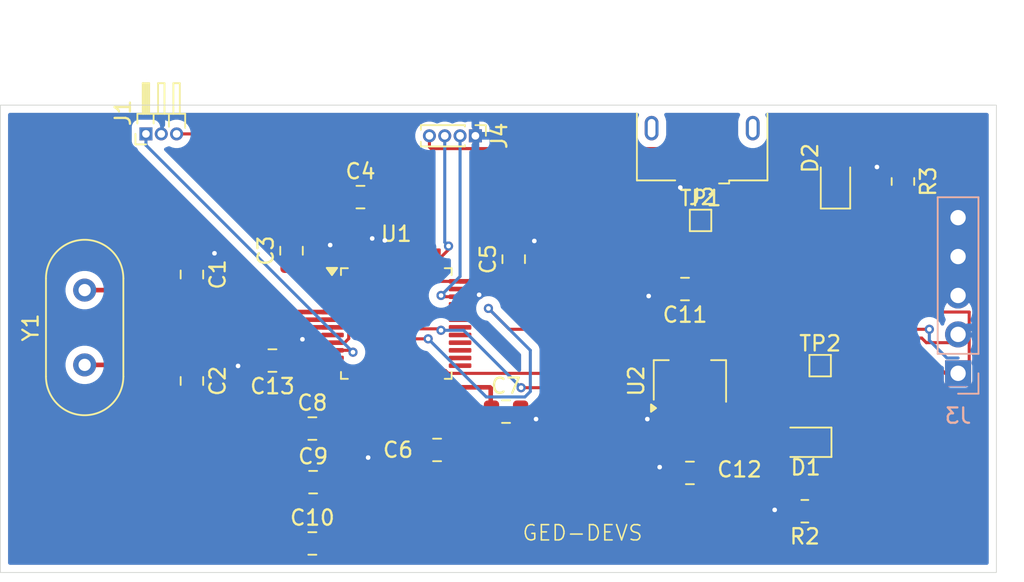
<source format=kicad_pcb>
(kicad_pcb (version 20241229) (generator "pcbnew") (generator_version "9.0")
  (layers (0 "F.Cu" signal) (2 "B.Cu" signal) (13 "F.Paste" user) (15 "B.Paste" user) (5 "F.SilkS" user "F.Silkscreen") (7 "B.SilkS" user "B.Silkscreen") (1 "F.Mask" user) (3 "B.Mask" user) (25 "Edge.Cuts" user))
  (net 0 "")
  (net 1 "+3.3V")
  (net 2 "/OUT")
  (net 11 "/CLK")
  (net 12 "/CS")
  (net 13 "/DIN")
  (net 14 "VBUS")
  (net 15 "/SWDIO")
  (net 16 "Net-(U1-NRST)")
  (net 17 "Net-(D2-K)")
  (net 18 "Net-(D1-K)")
  (net 19 "Net-(U1-PD0)")
  (net 20 "Net-(U1-PD1)")
  (net 22 "Net-(J4-Pin_3)")
  (net 50 "GND")
  (footprint "Capacitor_SMD:C_0805_2012Metric" (layer "F.Cu") (at 142.5 61.5)
    (property "Reference" "C7" (at 0 -1.68 0) (layer "F.SilkS"))
    (property "Value" "10u")
    (fp_line (start -0.261252 -0.735) (end 0.261252 -0.735) (stroke (width 0.12)) (layer "F.SilkS"))
    (fp_line (start -0.261252 0.735) (end 0.261252 0.735) (stroke (width 0.12)) (layer "F.SilkS"))
    (pad "1" smd roundrect (at -0.95 0) (size 1 1.45) (layers "F.Cu" "F.Mask" "F.Paste") (net 1 "+3.3V"))
    (pad "2" smd roundrect (at 0.95 0) (size 1 1.45) (layers "F.Cu" "F.Mask" "F.Paste") (net 50 "GND"))
  )
  (footprint "Capacitor_SMD:C_0805_2012Metric" (layer "F.Cu") (at 122 52.55 -90)
    (property "Reference" "C1" (at 0 -1.68 90) (layer "F.SilkS"))
    (property "Value" "20p")
    (fp_line (start -0.261252 0.735) (end 0.261252 0.735) (stroke (width 0.12)) (layer "F.SilkS"))
    (fp_line (start -0.261252 -0.735) (end 0.261252 -0.735) (stroke (width 0.12)) (layer "F.SilkS"))
    (pad "1" smd roundrect (at -0.95 0 270) (size 1 1.45) (layers "F.Cu" "F.Mask" "F.Paste") (net 50 "GND"))
    (pad "2" smd roundrect (at 0.95 0 270) (size 1 1.45) (layers "F.Cu" "F.Mask" "F.Paste") (net 19 "Net-(U1-PD0)"))
  )
  (footprint "Capacitor_SMD:C_0805_2012Metric" (layer "F.Cu") (at 154.5 65.5 180)
    (property "Reference" "C12" (at -3.234 0.222 0) (layer "F.SilkS"))
    (property "Value" "22u")
    (fp_line (start -0.261252 0.735) (end 0.261252 0.735) (stroke (width 0.12)) (layer "F.SilkS"))
    (fp_line (start -0.261252 -0.735) (end 0.261252 -0.735) (stroke (width 0.12)) (layer "F.SilkS"))
    (pad "1" smd roundrect (at -0.95 0 180) (size 1 1.45) (layers "F.Cu" "F.Mask" "F.Paste") (net 1 "+3.3V"))
    (pad "2" smd roundrect (at 0.95 0 180) (size 1 1.45) (layers "F.Cu" "F.Mask" "F.Paste") (net 50 "GND"))
  )
  (footprint "Connector_USB:USB_Micro-B_Amphenol_10118193-0001LF_Horizontal" (layer "F.Cu") (at 155.3 43 180)
    (property "Reference" "J2" (at 0 -4.5 0) (layer "F.SilkS"))
    (property "Value" "USB_B_Micro")
    (fp_line (start 4.26 -3.41) (end 4.26 0.95) (stroke (width 0.12)) (layer "F.SilkS"))
    (fp_line (start 1.76 -3.41) (end 4.26 -3.41) (stroke (width 0.12)) (layer "F.SilkS"))
    (fp_line (start -1.1 -3.61) (end -1.76 -3.61) (stroke (width 0.12)) (layer "F.SilkS"))
    (fp_line (start -1.76 -3.41) (end -1.76 -3.61) (stroke (width 0.12)) (layer "F.SilkS"))
    (fp_line (start -4.26 -3.41) (end -1.76 -3.41) (stroke (width 0.12)) (layer "F.SilkS"))
    (fp_line (start -4.26 -3.41) (end -4.26 0.95) (stroke (width 0.12)) (layer "F.SilkS"))
    (pad "1" smd roundrect (at -1.3 -2.675 180) (size 0.4 1.35) (layers "F.Cu" "F.Mask" "F.Paste") (net 14 "VBUS"))
    (pad "2" smd roundrect (at -0.65 -2.675 180) (size 0.4 1.35) (layers "F.Cu" "F.Mask" "F.Paste"))
    (pad "3" smd roundrect (at 0 -2.675 180) (size 0.4 1.35) (layers "F.Cu" "F.Mask" "F.Paste"))
    (pad "4" smd roundrect (at 0.65 -2.675 180) (size 0.4 1.35) (layers "F.Cu" "F.Mask" "F.Paste"))
    (pad "5" smd roundrect (at 1.3 -2.675 180) (size 0.4 1.35) (layers "F.Cu" "F.Mask" "F.Paste") (net 50 "GND"))
    (pad "6" thru_hole oval (at -3.3 0 270) (size 1.6 0.9) (drill oval 1.2 0.5) (property pad_prop_heatsink) (layers "*.Cu" "*.Mask" "F.Paste"))
    (pad "6" smd roundrect (at -3.2 -2.45 180) (size 1.6 1.4) (layers "F.Cu" "F.Mask" "F.Paste") (roundrect_rratio 0.1785714286))
    (pad "6" smd roundrect (at -1.2 0 180) (size 1.9 1.9) (layers "F.Cu" "F.Mask" "F.Paste") (roundrect_rratio 0.1315789474))
    (pad "6" smd roundrect (at 1.2 0 180) (size 1.9 1.9) (layers "F.Cu" "F.Mask" "F.Paste") (roundrect_rratio 0.1315789474))
    (pad "6" smd roundrect (at 3.2 -2.45 180) (size 1.6 1.4) (layers "F.Cu" "F.Mask" "F.Paste") (roundrect_rratio 0.1785714286))
    (pad "6" thru_hole oval (at 3.3 0 270) (size 1.6 0.9) (drill oval 1.2 0.5) (property pad_prop_heatsink) (layers "*.Cu" "*.Mask" "F.Paste"))
  )
  (footprint "TestPoint:TestPoint_Pad_1.0x1.0mm" (layer "F.Cu") (at 155.194 49.022)
    (property "Reference" "TP1" (at 0 -1.448 0) (layer "F.SilkS"))
    (property "Value" "TestPoint_5V" (hide yes))
    (fp_line (start -0.7 -0.7) (end 0.7 -0.7) (stroke (width 0.12)) (layer "F.SilkS"))
    (fp_line (start -0.7 0.7) (end -0.7 -0.7) (stroke (width 0.12)) (layer "F.SilkS"))
    (fp_line (start 0.7 -0.7) (end 0.7 0.7) (stroke (width 0.12)) (layer "F.SilkS"))
    (fp_line (start 0.7 0.7) (end -0.7 0.7) (stroke (width 0.12)) (layer "F.SilkS"))
    (pad "1" smd rect (at 0 0) (size 1 1) (layers "F.Cu" "F.Mask") (net 14 "VBUS"))
  )
  (footprint "Connector_PinHeader_1.00mm:PinHeader_1x03_P1.00mm_Horizontal" (layer "F.Cu") (at 119 43.375 90)
    (property "Reference" "J1" (at 1.375 -1.5 90) (layer "F.SilkS"))
    (property "Value" "Microphone_Module")
    (fp_line (start -0.685 -0.685) (end 0 -0.685) (stroke (width 0.12)) (layer "F.SilkS"))
    (fp_line (start 1.31 -0.56) (end 1.31 2.56) (stroke (width 0.12)) (layer "F.SilkS"))
    (fp_line (start 0.685 -0.56) (end 1.31 -0.56) (stroke (width 0.12)) (layer "F.SilkS"))
    (fp_line (start 3.31 -0.21) (end 3.31 0.21) (stroke (width 0.12)) (layer "F.SilkS"))
    (fp_line (start 1.31 -0.21) (end 3.31 -0.21) (stroke (width 0.12)) (layer "F.SilkS"))
    (fp_line (start 1.31 -0.15) (end 3.31 -0.15) (stroke (width 0.12)) (layer "F.SilkS"))
    (fp_line (start 1.31 -0.03) (end 3.31 -0.03) (stroke (width 0.12)) (layer "F.SilkS"))
    (fp_line (start -0.685 0) (end -0.685 -0.685) (stroke (width 0.12)) (layer "F.SilkS"))
    (fp_line (start 1.31 0.09) (end 3.31 0.09) (stroke (width 0.12)) (layer "F.SilkS"))
    (fp_line (start 3.31 0.21) (end 1.31 0.21) (stroke (width 0.12)) (layer "F.SilkS"))
    (fp_line (start 0.685 0.5) (end 1.31 0.5) (stroke (width 0.12)) (layer "F.SilkS"))
    (fp_line (start 3.31 0.79) (end 3.31 1.21) (stroke (width 0.12)) (layer "F.SilkS"))
    (fp_line (start 1.31 0.79) (end 3.31 0.79) (stroke (width 0.12)) (layer "F.SilkS"))
    (fp_line (start 3.31 1.21) (end 1.31 1.21) (stroke (width 0.12)) (layer "F.SilkS"))
    (fp_line (start 0.468215 1.5) (end 1.31 1.5) (stroke (width 0.12)) (layer "F.SilkS"))
    (fp_line (start 3.31 1.79) (end 3.31 2.21) (stroke (width 0.12)) (layer "F.SilkS"))
    (fp_line (start 1.31 1.79) (end 3.31 1.79) (stroke (width 0.12)) (layer "F.SilkS"))
    (fp_line (start 3.31 2.21) (end 1.31 2.21) (stroke (width 0.12)) (layer "F.SilkS"))
    (fp_line (start 1.31 2.56) (end 0.394493 2.56) (stroke (width 0.12)) (layer "F.SilkS"))
    (pad "1" thru_hole rect (at 0 0 90) (size 0.85 0.85) (drill 0.5) (layers "*.Cu" "*.Mask") (net 2 "/OUT"))
    (pad "2" thru_hole oval (at 0 1 90) (size 0.85 0.85) (drill 0.5) (layers "*.Cu" "*.Mask") (net 50 "GND"))
    (pad "3" thru_hole oval (at 0 2 90) (size 0.85 0.85) (drill 0.5) (layers "*.Cu" "*.Mask") (net 1 "+3.3V"))
  )
  (footprint "Connector_PinHeader_1.00mm:PinHeader_1x04_P1.00mm_Vertical" (layer "F.Cu") (at 140.5 43.5 -90)
    (property "Reference" "J4" (at 0 -1.56 90) (layer "F.SilkS"))
    (property "Value" "JTAG")
    (fp_line (start -0.695 3.56) (end -0.394493 3.56) (stroke (width 0.12)) (layer "F.SilkS"))
    (fp_line (start 0.394493 3.56) (end 0.695 3.56) (stroke (width 0.12)) (layer "F.SilkS"))
    (fp_line (start -0.695 0.685) (end -0.695 3.56) (stroke (width 0.12)) (layer "F.SilkS"))
    (fp_line (start -0.695 0.685) (end -0.608276 0.685) (stroke (width 0.12)) (layer "F.SilkS"))
    (fp_line (start 0.608276 0.685) (end 0.695 0.685) (stroke (width 0.12)) (layer "F.SilkS"))
    (fp_line (start 0.695 0.685) (end 0.695 3.56) (stroke (width 0.12)) (layer "F.SilkS"))
    (fp_line (start -0.695 0) (end -0.695 -0.685) (stroke (width 0.12)) (layer "F.SilkS"))
    (fp_line (start -0.695 -0.685) (end 0 -0.685) (stroke (width 0.12)) (layer "F.SilkS"))
    (pad "1" thru_hole rect (at 0 0 270) (size 0.85 0.85) (drill 0.5) (layers "*.Cu" "*.Mask") (net 50 "GND"))
    (pad "2" thru_hole oval (at 0 1 270) (size 0.85 0.85) (drill 0.5) (layers "*.Cu" "*.Mask") (net 15 "/SWDIO"))
    (pad "3" thru_hole oval (at 0 2 270) (size 0.85 0.85) (drill 0.5) (layers "*.Cu" "*.Mask") (net 22 "Net-(J4-Pin_3)"))
    (pad "4" thru_hole oval (at 0 3 270) (size 0.85 0.85) (drill 0.5) (layers "*.Cu" "*.Mask") (net 14 "VBUS"))
  )
  (footprint "Capacitor_SMD:C_0805_2012Metric" (layer "F.Cu") (at 138 64 180)
    (property "Reference" "C6" (at 2.55 0 0) (layer "F.SilkS"))
    (property "Value" "100n")
    (fp_line (start -0.261252 0.735) (end 0.261252 0.735) (stroke (width 0.12)) (layer "F.SilkS"))
    (fp_line (start -0.261252 -0.735) (end 0.261252 -0.735) (stroke (width 0.12)) (layer "F.SilkS"))
    (pad "1" smd roundrect (at -0.95 0 180) (size 1 1.45) (layers "F.Cu" "F.Mask" "F.Paste") (net 1 "+3.3V"))
    (pad "2" smd roundrect (at 0.95 0 180) (size 1 1.45) (layers "F.Cu" "F.Mask" "F.Paste") (net 50 "GND"))
  )
  (footprint "LED_SMD:LED_0805_2012Metric" (layer "F.Cu") (at 162.052 63.5 180)
    (property "Reference" "D1" (at 0 -1.65 0) (layer "F.SilkS"))
    (property "Value" "LED")
    (fp_line (start 1 -0.96) (end -1.685 -0.96) (stroke (width 0.12)) (layer "F.SilkS"))
    (fp_line (start -1.685 0.96) (end 1 0.96) (stroke (width 0.12)) (layer "F.SilkS"))
    (fp_line (start -1.685 -0.96) (end -1.685 0.96) (stroke (width 0.12)) (layer "F.SilkS"))
    (pad "1" smd roundrect (at -0.9375 0 180) (size 0.975 1.4) (layers "F.Cu" "F.Mask" "F.Paste") (net 18 "Net-(D1-K)"))
    (pad "2" smd roundrect (at 0.9375 0 180) (size 0.975 1.4) (layers "F.Cu" "F.Mask" "F.Paste") (net 1 "+3.3V"))
  )
  (footprint "Resistor_SMD:R_0805_2012Metric" (layer "F.Cu") (at 162 68 180)
    (property "Reference" "R2" (at 0 -1.65 0) (layer "F.SilkS"))
    (property "Value" "10")
    (fp_line (start -0.227064 0.735) (end 0.227064 0.735) (stroke (width 0.12)) (layer "F.SilkS"))
    (fp_line (start -0.227064 -0.735) (end 0.227064 -0.735) (stroke (width 0.12)) (layer "F.SilkS"))
    (pad "1" smd roundrect (at -0.9125 0 180) (size 1.025 1.4) (layers "F.Cu" "F.Mask" "F.Paste") (roundrect_rratio 0.243902) (net 18 "Net-(D1-K)"))
    (pad "2" smd roundrect (at 0.9125 0 180) (size 1.025 1.4) (layers "F.Cu" "F.Mask" "F.Paste") (roundrect_rratio 0.243902) (net 50 "GND"))
  )
  (footprint "Capacitor_SMD:C_0805_2012Metric" (layer "F.Cu") (at 133 47.5)
    (property "Reference" "C4" (at 0 -1.68 0) (layer "F.SilkS"))
    (property "Value" "100n")
    (fp_line (start -0.261252 -0.735) (end 0.261252 -0.735) (stroke (width 0.12)) (layer "F.SilkS"))
    (fp_line (start -0.261252 0.735) (end 0.261252 0.735) (stroke (width 0.12)) (layer "F.SilkS"))
    (pad "1" smd roundrect (at -0.95 0) (size 1 1.45) (layers "F.Cu" "F.Mask" "F.Paste") (net 1 "+3.3V"))
    (pad "2" smd roundrect (at 0.95 0) (size 1 1.45) (layers "F.Cu" "F.Mask" "F.Paste") (net 50 "GND"))
  )
  (footprint "Capacitor_SMD:C_0805_2012Metric" (layer "F.Cu") (at 127.254 58.166 180)
    (property "Reference" "C13" (at 0 -1.68 0) (layer "F.SilkS"))
    (property "Value" "100n")
    (fp_line (start -0.261252 0.735) (end 0.261252 0.735) (stroke (width 0.12)) (layer "F.SilkS"))
    (fp_line (start -0.261252 -0.735) (end 0.261252 -0.735) (stroke (width 0.12)) (layer "F.SilkS"))
    (pad "1" smd roundrect (at -0.95 0 180) (size 1 1.45) (layers "F.Cu" "F.Mask" "F.Paste") (net 16 "Net-(U1-NRST)"))
    (pad "2" smd roundrect (at 0.95 0 180) (size 1 1.45) (layers "F.Cu" "F.Mask" "F.Paste") (net 50 "GND"))
  )
  (footprint "Capacitor_SMD:C_0805_2012Metric" (layer "F.Cu") (at 129.86 70.104)
    (property "Reference" "C10" (at 0 -1.68 0) (layer "F.SilkS"))
    (property "Value" "1u")
    (fp_line (start -0.261252 -0.735) (end 0.261252 -0.735) (stroke (width 0.12)) (layer "F.SilkS"))
    (fp_line (start -0.261252 0.735) (end 0.261252 0.735) (stroke (width 0.12)) (layer "F.SilkS"))
    (pad "1" smd roundrect (at -0.95 0) (size 1 1.45) (layers "F.Cu" "F.Mask" "F.Paste") (net 1 "+3.3V"))
    (pad "2" smd roundrect (at 0.95 0) (size 1 1.45) (layers "F.Cu" "F.Mask" "F.Paste") (net 50 "GND"))
  )
  (footprint "Capacitor_SMD:C_0805_2012Metric" (layer "F.Cu") (at 129.86 62.604)
    (property "Reference" "C8" (at 0 -1.68 0) (layer "F.SilkS"))
    (property "Value" "10n")
    (fp_line (start -0.261252 -0.735) (end 0.261252 -0.735) (stroke (width 0.12)) (layer "F.SilkS"))
    (fp_line (start -0.261252 0.735) (end 0.261252 0.735) (stroke (width 0.12)) (layer "F.SilkS"))
    (pad "1" smd roundrect (at -0.95 0) (size 1 1.45) (layers "F.Cu" "F.Mask" "F.Paste") (net 1 "+3.3V"))
    (pad "2" smd roundrect (at 0.95 0) (size 1 1.45) (layers "F.Cu" "F.Mask" "F.Paste") (net 50 "GND"))
  )
  (footprint "LED_SMD:LED_0805_2012Metric" (layer "F.Cu") (at 164 46.5625 90)
    (property "Reference" "D2" (at 1.6045 -1.65 90) (layer "F.SilkS"))
    (property "Value" "LED")
    (fp_line (start 1 -0.96) (end -1.685 -0.96) (stroke (width 0.12)) (layer "F.SilkS"))
    (fp_line (start -1.685 -0.96) (end -1.685 0.96) (stroke (width 0.12)) (layer "F.SilkS"))
    (fp_line (start -1.685 0.96) (end 1 0.96) (stroke (width 0.12)) (layer "F.SilkS"))
    (pad "1" smd roundrect (at -0.9375 0 90) (size 0.975 1.4) (layers "F.Cu" "F.Mask" "F.Paste") (net 17 "Net-(D2-K)"))
    (pad "2" smd roundrect (at 0.9375 0 90) (size 0.975 1.4) (layers "F.Cu" "F.Mask" "F.Paste") (net 14 "VBUS"))
  )
  (footprint "Package_TO_SOT_SMD:SOT-89-3" (layer "F.Cu") (at 154.5 59.5 90)
    (property "Reference" "U2" (at 0 -3.5 90) (layer "F.SilkS"))
    (property "Value" "HT7333")
    (fp_line (start -1.22 -2.36) (end 1.36 -2.36) (stroke (width 0.12)) (layer "F.SilkS"))
    (fp_line (start 1.36 -1.38) (end 1.36 -2.36) (stroke (width 0.12)) (layer "F.SilkS"))
    (fp_line (start 1.36 1.38) (end 1.36 2.36) (stroke (width 0.12)) (layer "F.SilkS"))
    (fp_line (start 1.36 2.36) (end -1.36 2.36) (stroke (width 0.12)) (layer "F.SilkS"))
    (fp_poly (pts (xy -1.77 -2.21) (xy -2.01 -2.54) (xy -1.53 -2.54) (xy -1.77 -2.21)) (stroke (width 0.12)) (fill yes) (layer "F.SilkS"))
    (pad "1" smd roundrect (at -1.95 -1.5 90) (size 1.3 0.9) (layers "F.Cu" "F.Mask" "F.Paste") (net 50 "GND"))
    (pad "2" smd custom (at -1.8625 0 90) (size 1.475 0.9) (layers "F.Cu" "F.Mask" "F.Paste") (net 14 "VBUS") (options (clearance outline) (anchor rect)) (primitives (gr_poly (pts (xy 3.8625 0.8665) (xy 0.7375 0.8665) (xy 0.7375 -0.8665) (xy 3.8625 -0.8665)) (width 0) (fill yes))))
    (pad "3" smd roundrect (at -1.95 1.5 90) (size 1.3 0.9) (layers "F.Cu" "F.Mask" "F.Paste") (net 1 "+3.3V"))
  )
  (footprint "Resistor_SMD:R_0805_2012Metric" (layer "F.Cu") (at 168.402 46.482 -90)
    (property "Reference" "R3" (at 0 -1.65 90) (layer "F.SilkS"))
    (property "Value" "100")
    (fp_line (start -0.227064 0.735) (end 0.227064 0.735) (stroke (width 0.12)) (layer "F.SilkS"))
    (fp_line (start -0.227064 -0.735) (end 0.227064 -0.735) (stroke (width 0.12)) (layer "F.SilkS"))
    (pad "1" smd roundrect (at -0.9125 0 270) (size 1.025 1.4) (layers "F.Cu" "F.Mask" "F.Paste") (roundrect_rratio 0.243902) (net 50 "GND"))
    (pad "2" smd roundrect (at 0.9125 0 270) (size 1.025 1.4) (layers "F.Cu" "F.Mask" "F.Paste") (roundrect_rratio 0.243902) (net 17 "Net-(D2-K)"))
  )
  (footprint "Package_QFP:LQFP-48_7x7mm_P0.5mm" (layer "F.Cu") (at 135.3375 55.75)
    (property "Reference" "U1" (at 0 -5.85 0) (layer "F.SilkS"))
    (property "Value" "STM32F103C8Tx")
    (fp_line (start -3.61 -3.61) (end -3.61 -3.16) (stroke (width 0.12)) (layer "F.SilkS"))
    (fp_line (start -3.61 3.61) (end -3.61 3.16) (stroke (width 0.12)) (layer "F.SilkS"))
    (fp_line (start -3.16 -3.61) (end -3.61 -3.61) (stroke (width 0.12)) (layer "F.SilkS"))
    (fp_line (start -3.16 3.61) (end -3.61 3.61) (stroke (width 0.12)) (layer "F.SilkS"))
    (fp_line (start 3.16 -3.61) (end 3.61 -3.61) (stroke (width 0.12)) (layer "F.SilkS"))
    (fp_line (start 3.16 3.61) (end 3.61 3.61) (stroke (width 0.12)) (layer "F.SilkS"))
    (fp_line (start 3.61 -3.61) (end 3.61 -3.16) (stroke (width 0.12)) (layer "F.SilkS"))
    (fp_line (start 3.61 3.61) (end 3.61 3.16) (stroke (width 0.12)) (layer "F.SilkS"))
    (fp_poly (pts (xy -4.2 -3.16) (xy -4.54 -3.63) (xy -3.86 -3.63) (xy -4.2 -3.16)) (stroke (width 0.12)) (fill yes) (layer "F.SilkS"))
    (pad "1" smd roundrect (at -4.1625 -2.75) (size 1.475 0.3) (layers "F.Cu" "F.Mask" "F.Paste") (net 1 "+3.3V"))
    (pad "2" smd roundrect (at -4.1625 -2.25) (size 1.475 0.3) (layers "F.Cu" "F.Mask" "F.Paste"))
    (pad "3" smd roundrect (at -4.1625 -1.75) (size 1.475 0.3) (layers "F.Cu" "F.Mask" "F.Paste"))
    (pad "4" smd roundrect (at -4.1625 -1.25) (size 1.475 0.3) (layers "F.Cu" "F.Mask" "F.Paste"))
    (pad "5" smd roundrect (at -4.1625 -0.75) (size 1.475 0.3) (layers "F.Cu" "F.Mask" "F.Paste") (net 19 "Net-(U1-PD0)"))
    (pad "6" smd roundrect (at -4.1625 -0.25) (size 1.475 0.3) (layers "F.Cu" "F.Mask" "F.Paste") (net 20 "Net-(U1-PD1)"))
    (pad "7" smd roundrect (at -4.1625 0.25) (size 1.475 0.3) (layers "F.Cu" "F.Mask" "F.Paste") (net 16 "Net-(U1-NRST)"))
    (pad "8" smd roundrect (at -4.1625 0.75) (size 1.475 0.3) (layers "F.Cu" "F.Mask" "F.Paste") (net 50 "GND"))
    (pad "9" smd roundrect (at -4.1625 1.25) (size 1.475 0.3) (layers "F.Cu" "F.Mask" "F.Paste") (net 1 "+3.3V"))
    (pad "10" smd roundrect (at -4.1625 1.75) (size 1.475 0.3) (layers "F.Cu" "F.Mask" "F.Paste") (net 2 "/OUT"))
    (pad "11" smd roundrect (at -4.1625 2.25) (size 1.475 0.3) (layers "F.Cu" "F.Mask" "F.Paste"))
    (pad "12" smd roundrect (at -4.1625 2.75) (size 1.475 0.3) (layers "F.Cu" "F.Mask" "F.Paste"))
    (pad "13" smd roundrect (at -2.75 4.1625) (size 0.3 1.475) (layers "F.Cu" "F.Mask" "F.Paste"))
    (pad "14" smd roundrect (at -2.25 4.1625) (size 0.3 1.475) (layers "F.Cu" "F.Mask" "F.Paste"))
    (pad "15" smd roundrect (at -1.75 4.1625) (size 0.3 1.475) (layers "F.Cu" "F.Mask" "F.Paste") (net 11 "/CLK"))
    (pad "16" smd roundrect (at -1.25 4.1625) (size 0.3 1.475) (layers "F.Cu" "F.Mask" "F.Paste") (net 12 "/CS"))
    (pad "17" smd roundrect (at -0.75 4.1625) (size 0.3 1.475) (layers "F.Cu" "F.Mask" "F.Paste") (net 13 "/DIN"))
    (pad "18" smd roundrect (at -0.25 4.1625) (size 0.3 1.475) (layers "F.Cu" "F.Mask" "F.Paste"))
    (pad "19" smd roundrect (at 0.25 4.1625) (size 0.3 1.475) (layers "F.Cu" "F.Mask" "F.Paste"))
    (pad "20" smd roundrect (at 0.75 4.1625) (size 0.3 1.475) (layers "F.Cu" "F.Mask" "F.Paste"))
    (pad "21" smd roundrect (at 1.25 4.1625) (size 0.3 1.475) (layers "F.Cu" "F.Mask" "F.Paste"))
    (pad "22" smd roundrect (at 1.75 4.1625) (size 0.3 1.475) (layers "F.Cu" "F.Mask" "F.Paste"))
    (pad "23" smd roundrect (at 2.25 4.1625) (size 0.3 1.475) (layers "F.Cu" "F.Mask" "F.Paste") (net 50 "GND"))
    (pad "24" smd roundrect (at 2.75 4.1625) (size 0.3 1.475) (layers "F.Cu" "F.Mask" "F.Paste") (net 1 "+3.3V"))
    (pad "25" smd roundrect (at 4.1625 2.75) (size 1.475 0.3) (layers "F.Cu" "F.Mask" "F.Paste"))
    (pad "26" smd roundrect (at 4.1625 2.25) (size 1.475 0.3) (layers "F.Cu" "F.Mask" "F.Paste"))
    (pad "27" smd roundrect (at 4.1625 1.75) (size 1.475 0.3) (layers "F.Cu" "F.Mask" "F.Paste"))
    (pad "28" smd roundrect (at 4.1625 1.25) (size 1.475 0.3) (layers "F.Cu" "F.Mask" "F.Paste"))
    (pad "29" smd roundrect (at 4.1625 0.75) (size 1.475 0.3) (layers "F.Cu" "F.Mask" "F.Paste"))
    (pad "30" smd roundrect (at 4.1625 0.25) (size 1.475 0.3) (layers "F.Cu" "F.Mask" "F.Paste"))
    (pad "31" smd roundrect (at 4.1625 -0.25) (size 1.475 0.3) (layers "F.Cu" "F.Mask" "F.Paste"))
    (pad "32" smd roundrect (at 4.1625 -0.75) (size 1.475 0.3) (layers "F.Cu" "F.Mask" "F.Paste"))
    (pad "33" smd roundrect (at 4.1625 -1.25) (size 1.475 0.3) (layers "F.Cu" "F.Mask" "F.Paste"))
    (pad "34" smd roundrect (at 4.1625 -1.75) (size 1.475 0.3) (layers "F.Cu" "F.Mask" "F.Paste") (net 15 "/SWDIO"))
    (pad "35" smd roundrect (at 4.1625 -2.25) (size 1.475 0.3) (layers "F.Cu" "F.Mask" "F.Paste") (net 50 "GND"))
    (pad "36" smd roundrect (at 4.1625 -2.75) (size 1.475 0.3) (layers "F.Cu" "F.Mask" "F.Paste") (net 1 "+3.3V"))
    (pad "37" smd roundrect (at 2.75 -4.1625) (size 0.3 1.475) (layers "F.Cu" "F.Mask" "F.Paste") (net 22 "Net-(J4-Pin_3)"))
    (pad "38" smd roundrect (at 2.25 -4.1625) (size 0.3 1.475) (layers "F.Cu" "F.Mask" "F.Paste"))
    (pad "39" smd roundrect (at 1.75 -4.1625) (size 0.3 1.475) (layers "F.Cu" "F.Mask" "F.Paste"))
    (pad "40" smd roundrect (at 1.25 -4.1625) (size 0.3 1.475) (layers "F.Cu" "F.Mask" "F.Paste"))
    (pad "41" smd roundrect (at 0.75 -4.1625) (size 0.3 1.475) (layers "F.Cu" "F.Mask" "F.Paste"))
    (pad "42" smd roundrect (at 0.25 -4.1625) (size 0.3 1.475) (layers "F.Cu" "F.Mask" "F.Paste"))
    (pad "43" smd roundrect (at -0.25 -4.1625) (size 0.3 1.475) (layers "F.Cu" "F.Mask" "F.Paste"))
    (pad "44" smd roundrect (at -0.75 -4.1625) (size 0.3 1.475) (layers "F.Cu" "F.Mask" "F.Paste") (net 50 "GND"))
    (pad "45" smd roundrect (at -1.25 -4.1625) (size 0.3 1.475) (layers "F.Cu" "F.Mask" "F.Paste"))
    (pad "46" smd roundrect (at -1.75 -4.1625) (size 0.3 1.475) (layers "F.Cu" "F.Mask" "F.Paste"))
    (pad "47" smd roundrect (at -2.25 -4.1625) (size 0.3 1.475) (layers "F.Cu" "F.Mask" "F.Paste") (net 50 "GND"))
    (pad "48" smd roundrect (at -2.75 -4.1625) (size 0.3 1.475) (layers "F.Cu" "F.Mask" "F.Paste") (net 1 "+3.3V"))
  )
  (footprint "TestPoint:TestPoint_Pad_1.0x1.0mm" (layer "F.Cu") (at 163 58.5)
    (property "Reference" "TP2" (at 0 -1.448 0) (layer "F.SilkS"))
    (property "Value" "TestPoint_3V3")
    (fp_line (start -0.7 -0.7) (end 0.7 -0.7) (stroke (width 0.12)) (layer "F.SilkS"))
    (fp_line (start -0.7 0.7) (end -0.7 -0.7) (stroke (width 0.12)) (layer "F.SilkS"))
    (fp_line (start 0.7 -0.7) (end 0.7 0.7) (stroke (width 0.12)) (layer "F.SilkS"))
    (fp_line (start 0.7 0.7) (end -0.7 0.7) (stroke (width 0.12)) (layer "F.SilkS"))
    (pad "1" smd rect (at 0 0) (size 1 1) (layers "F.Cu" "F.Mask") (net 1 "+3.3V"))
  )
  (footprint "Capacitor_SMD:C_0805_2012Metric" (layer "F.Cu") (at 129.91 66.104)
    (property "Reference" "C9" (at 0 -1.68 0) (layer "F.SilkS"))
    (property "Value" "1u")
    (fp_line (start -0.261252 -0.735) (end 0.261252 -0.735) (stroke (width 0.12)) (layer "F.SilkS"))
    (fp_line (start -0.261252 0.735) (end 0.261252 0.735) (stroke (width 0.12)) (layer "F.SilkS"))
    (pad "1" smd roundrect (at -0.95 0) (size 1 1.45) (layers "F.Cu" "F.Mask" "F.Paste") (net 1 "+3.3V"))
    (pad "2" smd roundrect (at 0.95 0) (size 1 1.45) (layers "F.Cu" "F.Mask" "F.Paste") (net 50 "GND"))
  )
  (footprint "Crystal:Crystal_HC49-4H_Vertical" (layer "F.Cu") (at 115 58.45 90)
    (property "Reference" "Y1" (at 2.44 -3.525 90) (layer "F.SilkS"))
    (property "Value" "8Mhz")
    (fp_line (start -0.76 -2.525) (end 5.64 -2.525) (stroke (width 0.12)) (layer "F.SilkS"))
    (fp_line (start -0.76 2.525) (end 5.64 2.525) (stroke (width 0.12)) (layer "F.SilkS"))
    (fp_arc (start 5.64 -2.525) (mid 8.165 0) (end 5.64 2.525) (stroke (width 0.12)) (layer "F.SilkS"))
    (fp_arc (start -0.76 2.525) (mid -3.285 0) (end -0.76 -2.525) (stroke (width 0.12)) (layer "F.SilkS"))
    (pad "1" thru_hole circle (at 0 0 90) (size 1.5 1.5) (drill 0.8) (layers "*.Cu" "*.Mask") (net 20 "Net-(U1-PD1)"))
    (pad "2" thru_hole circle (at 4.88 0 90) (size 1.5 1.5) (drill 0.8) (layers "*.Cu" "*.Mask") (net 19 "Net-(U1-PD0)"))
  )
  (footprint "Capacitor_SMD:C_0805_2012Metric" (layer "F.Cu") (at 128.5 51 90)
    (property "Reference" "C3" (at 0 -1.68 90) (layer "F.SilkS"))
    (property "Value" "100n")
    (fp_line (start -0.261252 -0.735) (end 0.261252 -0.735) (stroke (width 0.12)) (layer "F.SilkS"))
    (fp_line (start -0.261252 0.735) (end 0.261252 0.735) (stroke (width 0.12)) (layer "F.SilkS"))
    (pad "1" smd roundrect (at -0.95 0 90) (size 1 1.45) (layers "F.Cu" "F.Mask" "F.Paste") (net 1 "+3.3V"))
    (pad "2" smd roundrect (at 0.95 0 90) (size 1 1.45) (layers "F.Cu" "F.Mask" "F.Paste") (net 50 "GND"))
  )
  (footprint "Capacitor_SMD:C_0805_2012Metric" (layer "F.Cu") (at 143 51.55 90)
    (property "Reference" "C5" (at 0 -1.68 90) (layer "F.SilkS"))
    (property "Value" "100n")
    (fp_line (start -0.261252 -0.735) (end 0.261252 -0.735) (stroke (width 0.12)) (layer "F.SilkS"))
    (fp_line (start -0.261252 0.735) (end 0.261252 0.735) (stroke (width 0.12)) (layer "F.SilkS"))
    (pad "1" smd roundrect (at -0.95 0 90) (size 1 1.45) (layers "F.Cu" "F.Mask" "F.Paste") (net 1 "+3.3V"))
    (pad "2" smd roundrect (at 0.95 0 90) (size 1 1.45) (layers "F.Cu" "F.Mask" "F.Paste") (net 50 "GND"))
  )
  (footprint "Capacitor_SMD:C_0805_2012Metric" (layer "F.Cu") (at 122 59.5 -90)
    (property "Reference" "C2" (at 0 -1.68 90) (layer "F.SilkS"))
    (property "Value" "20p")
    (fp_line (start -0.261252 0.735) (end 0.261252 0.735) (stroke (width 0.12)) (layer "F.SilkS"))
    (fp_line (start -0.261252 -0.735) (end 0.261252 -0.735) (stroke (width 0.12)) (layer "F.SilkS"))
    (pad "1" smd roundrect (at -0.95 0 270) (size 1 1.45) (layers "F.Cu" "F.Mask" "F.Paste") (net 20 "Net-(U1-PD1)"))
    (pad "2" smd roundrect (at 0.95 0 270) (size 1 1.45) (layers "F.Cu" "F.Mask" "F.Paste") (net 50 "GND"))
  )
  (footprint "Capacitor_SMD:C_0805_2012Metric" (layer "F.Cu") (at 154.178 53.5 180)
    (property "Reference" "C11" (at 0 -1.68 0) (layer "F.SilkS"))
    (property "Value" "22u")
    (fp_line (start -0.261252 0.735) (end 0.261252 0.735) (stroke (width 0.12)) (layer "F.SilkS"))
    (fp_line (start -0.261252 -0.735) (end 0.261252 -0.735) (stroke (width 0.12)) (layer "F.SilkS"))
    (pad "1" smd roundrect (at -0.95 0 180) (size 1 1.45) (layers "F.Cu" "F.Mask" "F.Paste") (net 14 "VBUS"))
    (pad "2" smd roundrect (at 0.95 0 180) (size 1 1.45) (layers "F.Cu" "F.Mask" "F.Paste") (net 50 "GND"))
  )
  (footprint "Connector_PinSocket_2.54mm:PinSocket_1x05_P2.54mm_Vertical" (layer "B.Cu") (at 172 59)
    (property "Reference" "J3" (at 0 2.77 180) (layer "B.SilkS") (effects (justify mirror)))
    (property "Value" "SPI_MATRIX")
    (fp_line (start -1.33 -11.49) (end 1.33 -11.49) (stroke (width 0.12)) (layer "B.SilkS"))
    (fp_line (start -1.33 -1.27) (end -1.33 -11.49) (stroke (width 0.12)) (layer "B.SilkS"))
    (fp_line (start -1.33 -1.27) (end 1.33 -1.27) (stroke (width 0.12)) (layer "B.SilkS"))
    (fp_line (start 0 1.33) (end 1.33 1.33) (stroke (width 0.12)) (layer "B.SilkS"))
    (fp_line (start 1.33 -1.27) (end 1.33 -11.49) (stroke (width 0.12)) (layer "B.SilkS"))
    (fp_line (start 1.33 1.33) (end 1.33 0) (stroke (width 0.12)) (layer "B.SilkS"))
    (pad "1" thru_hole rect (at 0 0) (size 1.7 1.7) (drill 1) (layers "*.Cu" "*.Mask") (net 11 "/CLK"))
    (pad "2" thru_hole oval (at 0 -2.54) (size 1.7 1.7) (drill 1) (layers "*.Cu" "*.Mask") (net 12 "/CS"))
    (pad "3" thru_hole oval (at 0 -5.08) (size 1.7 1.7) (drill 1) (layers "*.Cu" "*.Mask") (net 13 "/DIN"))
    (pad "4" thru_hole oval (at 0 -7.62) (size 1.7 1.7) (drill 1) (layers "*.Cu" "*.Mask") (net 50 "GND"))
    (pad "5" thru_hole oval (at 0 -10.16) (size 1.7 1.7) (drill 1) (layers "*.Cu" "*.Mask") (net 14 "VBUS"))
  )
  (gr_rect (start 109.5 41.5) (end 174.5 72) (stroke (width 0.05)) (fill no) (layer "Edge.Cuts"))
  (gr_text "GED-DEVS\n" (at 143.5 70 0) (layer "F.SilkS") (effects (font (size 1 1) (thickness 0.1)) (justify left bottom)))
  (segment (start 129.4745 57.875) (end 130.3495 57) (width 0.2) (layer "F.Cu") (net 1))
  (segment (start 142.5 53) (end 143 52.5) (width 0.3) (layer "F.Cu") (net 1))
  (segment (start 140.225 64) (end 139.1988 65.0262) (width 0.2) (layer "F.Cu") (net 1))
  (segment (start 131.9698 52.7375) (end 132.2323 53) (width 0.2) (layer "F.Cu") (net 1))
  (segment (start 128.935 62.629) (end 129.4745 62.0895) (width 0.2) (layer "F.Cu") (net 1))
  (segment (start 132.3728 51.3725) (end 132.5875 51.5872) (width 0.2) (layer "F.Cu") (net 1))
  (segment (start 130.3495 57) (end 131.175 57) (width 0.2) (layer "F.Cu") (net 1))
  (segment (start 139.5 53) (end 142.5 53) (width 0.3) (layer "F.Cu") (net 1))
  (segment (start 128.91 70.104) (end 128.91 66.154) (width 0.3) (layer "F.Cu") (net 1))
  (segment (start 155.45 63.138) (end 159.3475 63.138) (width 0.2) (layer "F.Cu") (net 1))
  (segment (start 132.3728 51.3725) (end 132.588 51.5875) (width 0.3) (layer "F.Cu") (net 1))
  (segment (start 140.225 64) (end 141.5 64) (width 0.3) (layer "F.Cu") (net 1))
  (segment (start 141.5 64) (end 141.55 63.95) (width 0.3) (layer "F.Cu") (net 1))
  (segment (start 163 58.5) (end 162.1983 58.5) (width 0.2) (layer "F.Cu") (net 1))
  (segment (start 138.4688 65.2197) (end 132.5056 71.1829) (width 0.2) (layer "F.Cu") (net 1))
  (segment (start 138.95 64) (end 140.225 64) (width 0.3) (layer "F.Cu") (net 1))
  (segment (start 131.5375 51.5875) (end 132.5875 51.5875) (width 0.2) (layer "F.Cu") (net 1))
  (segment (start 128.5 51.95) (end 130.125 51.95) (width 0.3) (layer "F.Cu") (net 1))
  (segment (start 162.1983 59.3017) (end 160.05 61.45) (width 0.2) (layer "F.Cu") (net 1))
  (segment (start 162.1983 58.5) (end 162.1983 59.3017) (width 0.2) (layer "F.Cu") (net 1))
  (segment (start 139.1988 65.0262) (end 138.5272 65.0262) (width 0.2) (layer "F.Cu") (net 1))
  (segment (start 121 43.375) (end 127.925 43.375) (width 0.2) (layer "F.Cu") (net 1))
  (segment (start 130.65 52.475) (end 130.9125 52.7375) (width 0.3) (layer "F.Cu") (net 1))
  (segment (start 141.55 63.138) (end 141.55 61.5) (width 0.3) (layer "F.Cu") (net 1))
  (segment (start 128.96 66.104) (end 128.96 62.654) (width 0.3) (layer "F.Cu") (net 1))
  (segment (start 127.925 43.375) (end 132.05 47.5) (width 0.2) (layer "F.Cu") (net 1))
  (segment (start 130.9125 52.7375) (end 131.9698 52.7375) (width 0.2) (layer "F.Cu") (net 1))
  (segment (start 132.2323 56.7357) (end 131.968 57) (width 0.2) (layer "F.Cu") (net 1))
  (segment (start 138.4688 65.0846) (end 138.4688 65.2197) (width 0.2) (layer "F.Cu") (net 1))
  (segment (start 132.05 47.5) (end 132.05 51.05) (width 0.3) (layer "F.Cu") (net 1))
  (segment (start 130.9125 52.7375) (end 131.175 53) (width 0.3) (layer "F.Cu") (net 1))
  (segment (start 128.935 62.629) (end 128.91 62.604) (width 0.3) (layer "F.Cu") (net 1))
  (segment (start 159.3475 63.138) (end 160.05 62.4355) (width 0.2) (layer "F.Cu") (net 1))
  (segment (start 130.65 52.475) (end 131.5375 51.5875) (width 0.2) (layer "F.Cu") (net 1))
  (segment (start 160.05 61.45) (end 160.05 62.4355) (width 0.2) (layer "F.Cu") (net 1))
  (segment (start 160.05 62.4355) (end 161.1145 63.5) (width 0.2) (layer "F.Cu") (net 1))
  (segment (start 138.0875 59.9125) (end 138.088 59.9125) (width 0.2) (layer "F.Cu") (net 1))
  (segment (start 129.4745 62.0895) (end 129.4745 57.875) (width 0.2) (layer "F.Cu") (net 1))
  (segment (start 132.05 51.05) (end 132.3728 51.3725) (width 0.3) (layer "F.Cu") (net 1))
  (segment (start 132.5875 51.5872) (end 132.5875 51.5875) (width 0.2) (layer "F.Cu") (net 1))
  (segment (start 128.96 62.654) (end 128.935 62.629) (width 0.3) (layer "F.Cu") (net 1))
  (segment (start 141.438 59.9125) (end 141.5 59.975) (width 0.3) (layer "F.Cu") (net 1))
  (segment (start 132.5056 71.1829) (end 129.9889 71.1829) (width 0.2) (layer "F.Cu") (net 1))
  (segment (start 138.5272 65.0262) (end 138.4688 65.0846) (width 0.2) (layer "F.Cu") (net 1))
  (segment (start 141.5 61.45) (end 141.55 61.5) (width 0.3) (layer "F.Cu") (net 1))
  (segment (start 131.968 57) (end 131.175 57) (width 0.2) (layer "F.Cu") (net 1))
  (segment (start 141.55 63.138) (end 155.45 63.138) (width 0.2) (layer "F.Cu") (net 1))
  (segment (start 160.05 61.45) (end 156 61.45) (width 0.2) (layer "F.Cu") (net 1))
  (segment (start 141.55 63.95) (end 141.55 63.138) (width 0.3) (layer "F.Cu") (net 1))
  (segment (start 130.125 51.95) (end 130.65 52.475) (width 0.3) (layer "F.Cu") (net 1))
  (segment (start 141.5 59.975) (end 141.5 61.45) (width 0.3) (layer "F.Cu") (net 1))
  (segment (start 155.45 63.138) (end 155.45 65.5) (width 0.2) (layer "F.Cu") (net 1))
  (segment (start 132.2323 53) (end 132.2323 56.7357) (width 0.2) (layer "F.Cu") (net 1))
  (segment (start 128.91 66.154) (end 128.96 66.104) (width 0.3) (layer "F.Cu") (net 1))
  (segment (start 138.088 59.9125) (end 141.438 59.9125) (width 0.3) (layer "F.Cu") (net 1))
  (segment (start 129.9889 71.1829) (end 128.91 70.104) (width 0.2) (layer "F.Cu") (net 1))
  (segment (start 139.5 53) (end 132.2323 53) (width 0.2) (layer "F.Cu") (net 1))
  (segment (start 132.3887 57.5) (end 132.5112 57.6225) (width 0.2) (layer "F.Cu") (net 2))
  (segment (start 131.175 57.5) (end 132.3887 57.5) (width 0.2) (layer "F.Cu") (net 2))
  (via (at 132.5112 57.6225) (size 0.6) (drill 0.3) (layers "F.Cu" "B.Cu") (net 2))
  (segment (start 119 44.1113) (end 132.5112 57.6225) (width 0.2) (layer "B.Cu") (net 2))
  (segment (start 119 43.375) (end 119 44.1113) (width 0.2) (layer "B.Cu") (net 2))
  (segment (start 148.318 59.9388) (end 151.1067 57.1501) (width 0.2) (layer "F.Cu") (net 11))
  (segment (start 136.3612 56.0969) (end 138.1596 56.0969) (width 0.2) (layer "F.Cu") (net 11))
  (segment (start 143.4826 59.9388) (end 148.318 59.9388) (width 0.2) (layer "F.Cu") (net 11))
  (segment (start 138.1596 56.0969) (end 138.255 56.1923) (width 0.2) (layer "F.Cu") (net 11))
  (segment (start 171.1597 59) (end 172 59) (width 0.2) (layer "F.Cu") (net 11))
  (segment (start 169.3098 57.1501) (end 171.1597 59) (width 0.2) (layer "F.Cu") (net 11))
  (segment (start 151.1067 57.1501) (end 169.3098 57.1501) (width 0.2) (layer "F.Cu") (net 11))
  (segment (start 133.5875 58.8706) (end 136.3612 56.0969) (width 0.2) (layer "F.Cu") (net 11))
  (segment (start 133.5875 59.9125) (end 133.5875 58.8706) (width 0.2) (layer "F.Cu") (net 11))
  (via (at 143.4826 59.9388) (size 0.6) (drill 0.3) (layers "F.Cu" "B.Cu") (net 11))
  (via (at 138.255 56.1923) (size 0.6) (drill 0.3) (layers "F.Cu" "B.Cu") (net 11))
  (segment (start 143.4826 59.9388) (end 139.7361 56.1923) (width 0.2) (layer "B.Cu") (net 11))
  (segment (start 139.7361 56.1923) (end 138.255 56.1923) (width 0.2) (layer "B.Cu") (net 11))
  (segment (start 134.0875 59.9125) (end 134.0875 59.009) (width 0.2) (layer "F.Cu") (net 12))
  (segment (start 141.3513 54.765) (end 142.7133 56.127) (width 0.2) (layer "F.Cu") (net 12))
  (segment (start 136.3469 56.7496) (end 137.4179 56.7496) (width 0.2) (layer "F.Cu") (net 12))
  (segment (start 142.7133 56.127) (end 170.1245 56.127) (width 0.2) (layer "F.Cu") (net 12))
  (segment (start 134.0875 59.009) (end 136.3469 56.7496) (width 0.2) (layer "F.Cu") (net 12))
  (via (at 141.3513 54.765) (size 0.6) (drill 0.3) (layers "F.Cu" "B.Cu") (net 12))
  (via (at 170.1245 56.127) (size 0.6) (drill 0.3) (layers "F.Cu" "B.Cu") (net 12))
  (via (at 137.4179 56.7496) (size 0.6) (drill 0.3) (layers "F.Cu" "B.Cu") (net 12))
  (segment (start 170.1245 56.127) (end 170.1245 56.8512) (width 0.2) (layer "B.Cu") (net 12))
  (segment (start 144.0843 57.498) (end 141.3513 54.765) (width 0.2) (layer "B.Cu") (net 12))
  (segment (start 141.2088 60.5405) (end 143.7318 60.5405) (width 0.2) (layer "B.Cu") (net 12))
  (segment (start 143.7318 60.5405) (end 144.0843 60.188) (width 0.2) (layer "B.Cu") (net 12))
  (segment (start 170.1245 56.8512) (end 171.2733 58) (width 0.2) (layer "B.Cu") (net 12))
  (segment (start 144.0843 60.188) (end 144.0843 57.498) (width 0.2) (layer "B.Cu") (net 12))
  (segment (start 172 58) (end 171.2733 58) (width 0.2) (layer "B.Cu") (net 12))
  (segment (start 137.4179 56.7496) (end 141.2088 60.5405) (width 0.2) (layer "B.Cu") (net 12))
  (segment (start 138.5438 58.8144) (end 134.862 58.8144) (width 0.2) (layer "F.Cu") (net 13))
  (segment (start 138.7331 59.0037) (end 138.5438 58.8144) (width 0.2) (layer "F.Cu") (net 13))
  (segment (start 150.7902 56.6987) (end 148.4852 59.0037) (width 0.2) (layer "F.Cu") (net 13))
  (segment (start 172 57) (end 169.9279 57) (width 0.2) (layer "F.Cu") (net 13))
  (segment (start 134.5875 59.0889) (end 134.5875 59.9125) (width 0.2) (layer "F.Cu") (net 13))
  (segment (start 148.4852 59.0037) (end 138.7331 59.0037) (width 0.2) (layer "F.Cu") (net 13))
  (segment (start 134.862 58.8144) (end 134.5875 59.0889) (width 0.2) (layer "F.Cu") (net 13))
  (segment (start 169.6266 56.6987) (end 150.7902 56.6987) (width 0.2) (layer "F.Cu") (net 13))
  (segment (start 169.9279 57) (end 169.6266 56.6987) (width 0.2) (layer "F.Cu") (net 13))
  (segment (start 155.194 49.4228) (end 157.3895 47.2273) (width 0.2) (layer "F.Cu") (net 14))
  (segment (start 156.694 55) (end 155.194 53.5) (width 0.2) (layer "F.Cu") (net 14))
  (segment (start 155.194 49.022) (end 155.194 49.4228) (width 0.2) (layer "F.Cu") (net 14))
  (segment (start 156.6 45.0791) (end 156.6 45.675) (width 0.2) (layer "F.Cu") (net 14))
  (segment (start 155.8546 44.3337) (end 156.6 45.0791) (width 0.2) (layer "F.Cu") (net 14))
  (segment (start 172.7267 59.55) (end 172.7267 55) (width 0.2) (layer "F.Cu") (net 14))
  (segment (start 155.194 53.5) (end 155.128 53.5) (width 0.2) (layer "F.Cu") (net 14))
  (segment (start 137.5 43.5) (end 137.5 44.2267) (width 0.2) (layer "F.Cu") (net 14))
  (segment (start 155.194 49.4228) (end 155.194 49.8237) (width 0.2) (layer "F.Cu") (net 14))
  (segment (start 172.5059 59.7708) (end 172.7267 59.55) (width 0.2) (layer "F.Cu") (net 14))
  (segment (start 155.194 53.5) (end 155.194 49.8237) (width 0.2) (layer "F.Cu") (net 14))
  (segment (start 172 55) (end 172.7267 55) (width 0.2) (layer "F.Cu") (net 14))
  (segment (start 168.856 57.6767) (end 170.9501 59.7708) (width 0.2) (layer "F.Cu") (net 14))
  (segment (start 157.3895 46.4645) (end 163.1605 46.4645) (width 0.2) (layer "F.Cu") (net 14))
  (segment (start 156.6 45.675) (end 157.3895 46.4645) (width 0.2) (layer "F.Cu") (net 14))
  (segment (start 163.1605 46.4645) (end 164 45.625) (width 0.2) (layer "F.Cu") (net 14))
  (segment (start 158.1858 57.6767) (end 168.856 57.6767) (width 0.2) (layer "F.Cu") (net 14))
  (segment (start 172 55) (end 156.694 55) (width 0.2) (layer "F.Cu") (net 14))
  (segment (start 157.3895 47.2273) (end 157.3895 46.4645) (width 0.2) (layer "F.Cu") (net 14))
  (segment (start 137.607 44.3337) (end 155.8546 44.3337) (width 0.2) (layer "F.Cu") (net 14))
  (segment (start 170.9501 59.7708) (end 172.5059 59.7708) (width 0.2) (layer "F.Cu") (net 14))
  (segment (start 154.5 61.3625) (end 158.1858 57.6767) (width 0.2) (layer "F.Cu") (net 14))
  (segment (start 137.5 44.2267) (end 137.607 44.3337) (width 0.2) (layer "F.Cu") (net 14))
  (segment (start 138.3397 54) (end 138.2587 53.919) (width 0.2) (layer "F.Cu") (net 15))
  (segment (start 139.5 54) (end 138.3397 54) (width 0.2) (layer "F.Cu") (net 15))
  (via (at 138.2587 53.919) (size 0.6) (drill 0.3) (layers "F.Cu" "B.Cu") (net 15))
  (segment (start 138.2587 53.919) (end 139.5 52.6777) (width 0.2) (layer "B.Cu") (net 15))
  (segment (start 139.5 52.6777) (end 139.5 43.5) (width 0.2) (layer "B.Cu") (net 15))
  (segment (start 131.175 56) (end 128.5 56) (width 0.3) (layer "F.Cu") (net 16))
  (segment (start 128.5 56) (end 128.204 56.296) (width 0.3) (layer "F.Cu") (net 16))
  (segment (start 128.204 56.296) (end 128.204 58.166) (width 0.3) (layer "F.Cu") (net 16))
  (segment (start 164 47.5) (end 168.2965 47.5) (width 0.2) (layer "F.Cu") (net 17))
  (segment (start 168.2965 47.5) (end 168.402 47.3945) (width 0.2) (layer "F.Cu") (net 17))
  (segment (start 162.9125 68) (end 162.9895 67.923) (width 0.2) (layer "F.Cu") (net 18))
  (segment (start 162.9895 67.923) (end 162.9895 63.5) (width 0.2) (layer "F.Cu") (net 18))
  (segment (start 123.5 55) (end 131.175 55) (width 0.3) (layer "F.Cu") (net 19))
  (segment (start 121.93 53.57) (end 122 53.5) (width 0.3) (layer "F.Cu") (net 19))
  (segment (start 115 53.57) (end 121.93 53.57) (width 0.3) (layer "F.Cu") (net 19))
  (segment (start 122 53.5) (end 123.5 55) (width 0.3) (layer "F.Cu") (net 19))
  (segment (start 122 58.55) (end 125.05 55.5) (width 0.3) (layer "F.Cu") (net 20))
  (segment (start 125.05 55.5) (end 131.175 55.5) (width 0.3) (layer "F.Cu") (net 20))
  (segment (start 115 58.45) (end 121.9 58.45) (width 0.3) (layer "F.Cu") (net 20))
  (segment (start 121.9 58.45) (end 122 58.55) (width 0.3) (layer "F.Cu") (net 20))
  (segment (start 138.7471 50.6961) (end 138.7471 50.9279) (width 0.2) (layer "F.Cu") (net 22))
  (segment (start 138.7471 50.9279) (end 138.0875 51.5875) (width 0.2) (layer "F.Cu") (net 22))
  (via (at 138.7471 50.6961) (size 0.6) (drill 0.3) (layers "F.Cu" "B.Cu") (net 22))
  (segment (start 138.5 43.5) (end 138.5 50.449) (width 0.2) (layer "B.Cu") (net 22))
  (segment (start 138.5 50.449) (end 138.7471 50.6961) (width 0.2) (layer "B.Cu") (net 22))
  (segment (start 140.3673 53.5) (end 140.7433 53.876) (width 0.2) (layer "F.Cu") (net 50))
  (segment (start 153.8729 46.8773) (end 154 46.7502) (width 0.2) (layer "F.Cu") (net 50))
  (segment (start 168.368 45.5355) (end 168.402 45.5695) (width 0.2) (layer "F.Cu") (net 50))
  (segment (start 151.7205 61.987) (end 152.463 61.987) (width 0.2) (layer "F.Cu") (net 50))
  (segment (start 131.023 50.6297) (end 129.0797 50.6297) (width 0.2) (layer "F.Cu") (net 50))
  (segment (start 152.463 61.987) (end 152.95 61.5) (width 0.2) (layer "F.Cu") (net 50))
  (segment (start 154 46.7502) (end 154 45.675) (width 0.2) (layer "F.Cu") (net 50))
  (segment (start 129.212 56.7794) (end 129.4914 56.5) (width 0.2) (layer "F.Cu") (net 50))
  (segment (start 130.86 64.5) (end 130.86 62.654) (width 0.3) (layer "F.Cu") (net 50))
  (segment (start 133.6205 50.0548) (end 133.6205 50.0547) (width 0.2) (layer "F.Cu") (net 50))
  (segment (start 152.95 61.5) (end 153 61.45) (width 0.3) (layer "F.Cu") (net 50))
  (segment (start 133.088 51.5875) (end 133.088 50.5875) (width 0.3) (layer "F.Cu") (net 50))
  (segment (start 133.5 64.5) (end 136.55 64.5) (width 0.3) (layer "F.Cu") (net 50))
  (segment (start 133.7654 50.1997) (end 133.6205 50.0548) (width 0.2) (layer "F.Cu") (net 50))
  (segment (start 143.937 61.987) (end 143.45 61.5) (width 0.2) (layer "F.Cu") (net 50))
  (segment (start 144.4577 61.987) (end 143.937 61.987) (width 0.2) (layer "F.Cu") (net 50))
  (segment (start 122.4325 51.1675) (end 122 51.6) (width 0.2) (layer "F.Cu") (net 50))
  (segment (start 139.5 53.5) (end 140.3673 53.5) (width 0.2) (layer "F.Cu") (net 50))
  (segment (start 144.3452 50.3629) (end 143.2371 50.3629) (width 0.2) (layer "F.Cu") (net 50))
  (segment (start 136.55 64.5) (end 137.05 64) (width 0.3) (layer "F.Cu") (net 50))
  (segment (start 133.6205 50.0547) (end 133.95 49.725) (width 0.3) (layer "F.Cu") (net 50))
  (segment (start 132.896 70.104) (end 133.5 69.5) (width 0.3) (layer "F.Cu") (net 50))
  (segment (start 152.5258 65.1225) (end 153.1725 65.1225) (width 0.2) (layer "F.Cu") (net 50))
  (segment (start 125.0108 58.5185) (end 125.0109 58.5185) (width 0.2) (layer "F.Cu") (net 50))
  (segment (start 133.088 50.5875) (end 133.6205 50.0547) (width 0.3) (layer "F.Cu") (net 50))
  (segment (start 151.8094 53.9569) (end 152.7711 53.9569) (width 0.2) (layer "F.Cu") (net 50))
  (segment (start 137.588 60.4125) (end 137.588 60.9125) (width 0.3) (layer "F.Cu") (net 50))
  (segment (start 133.0875 51.5875) (end 133.088 51.5875) (width 0.2) (layer "F.Cu") (net 50))
  (segment (start 124.02 60.45) (end 125.4812 58.9888) (width 0.3) (layer "F.Cu") (net 50))
  (segment (start 123.4723 51.1675) (end 122.4325 51.1675) (width 0.2) (layer "F.Cu") (net 50))
  (segment (start 129.0797 50.6297) (end 128.5 50.05) (width 0.2) (layer "F.Cu") (net 50))
  (segment (start 130.86 66.104) (end 130.86 64.5) (width 0.3) (layer "F.Cu") (net 50))
  (segment (start 143.2371 50.3629) (end 143 50.6) (width 0.2) (layer "F.Cu") (net 50))
  (segment (start 129.4914 56.5) (end 131.175 56.5) (width 0.2) (layer "F.Cu") (net 50))
  (segment (start 133.5 69.5) (end 133.5 64.5) (width 0.3) (layer "F.Cu") (net 50))
  (segment (start 122 60.45) (end 124.02 60.45) (width 0.3) (layer "F.Cu") (net 50))
  (segment (start 137.05 61.45) (end 137.05 64) (width 0.3) (layer "F.Cu") (net 50))
  (segment (start 153.1725 65.1225) (end 153.55 65.5) (width 0.2) (layer "F.Cu") (net 50))
  (segment (start 137.588 59.9125) (end 137.588 60.4125) (width 0.3) (layer "F.Cu") (net 50))
  (segment (start 130.81 70.104) (end 132.896 70.104) (width 0.3) (layer "F.Cu") (net 50))
  (segment (start 152.7711 53.9569) (end 153.228 53.5) (width 0.2) (layer "F.Cu") (net 50))
  (segment (start 134.5875 50.3274) (end 134.5875 51.5875) (width 0.2) (layer "F.Cu") (net 50))
  (segment (start 160.0307 67.9135) (end 161.001 67.9135) (width 0.2) (layer "F.Cu") (net 50))
  (segment (start 125.0109 58.5185) (end 125.4812 58.9888) (width 0.2) (layer "F.Cu") (net 50))
  (segment (start 125.4812 58.9888) (end 126.304 58.166) (width 0.3) (layer "F.Cu") (net 50))
  (segment (start 137.588 60.4125) (end 137.5875 60.412) (width 0.2) (layer "F.Cu") (net 50))
  (segment (start 161.001 67.9135) (end 161.0875 68) (width 0.2) (layer "F.Cu") (net 50))
  (segment (start 133.95 49.725) (end 133.95 47.5) (width 0.3) (layer "F.Cu") (net 50))
  (segment (start 137.5875 60.412) (end 137.5875 59.9125) (width 0.2) (layer "F.Cu") (net 50))
  (segment (start 137.588 60.9125) (end 137.05 61.45) (width 0.3) (layer "F.Cu") (net 50))
  (segment (start 130.86 64.5) (end 133.5 64.5) (width 0.3) (layer "F.Cu") (net 50))
  (segment (start 166.7057 45.5355) (end 168.368 45.5355) (width 0.2) (layer "F.Cu") (net 50))
  (segment (start 130.86 62.654) (end 130.81 62.604) (width 0.3) (layer "F.Cu") (net 50))
  (via (at 133.5 64.5) (size 0.6) (drill 0.3) (layers "F.Cu" "B.Cu") (net 50))
  (via (at 133.7654 50.1997) (size 0.6) (drill 0.3) (layers "F.Cu" "B.Cu") (net 50))
  (via (at 123.4723 51.1675) (size 0.6) (drill 0.3) (layers "F.Cu" "B.Cu") (net 50))
  (via (at 140.7433 53.876) (size 0.6) (drill 0.3) (layers "F.Cu" "B.Cu") (net 50))
  (via (at 151.7205 61.987) (size 0.6) (drill 0.3) (layers "F.Cu" "B.Cu") (net 50))
  (via (at 152.5258 65.1225) (size 0.6) (drill 0.3) (layers "F.Cu" "B.Cu") (net 50))
  (via (at 134.5875 50.3274) (size 0.6) (drill 0.3) (layers "F.Cu" "B.Cu") (net 50))
  (via (at 129.212 56.7794) (size 0.6) (drill 0.3) (layers "F.Cu" "B.Cu") (net 50))
  (via (at 151.8094 53.9569) (size 0.6) (drill 0.3) (layers "F.Cu" "B.Cu") (net 50))
  (via (at 144.3452 50.3629) (size 0.6) (drill 0.3) (layers "F.Cu" "B.Cu") (net 50))
  (via (at 153.8729 46.8773) (size 0.6) (drill 0.3) (layers "F.Cu" "B.Cu") (net 50))
  (via (at 160.0307 67.9135) (size 0.6) (drill 0.3) (layers "F.Cu" "B.Cu") (net 50))
  (via (at 131.023 50.6297) (size 0.6) (drill 0.3) (layers "F.Cu" "B.Cu") (net 50))
  (via (at 125.0108 58.5185) (size 0.6) (drill 0.3) (layers "F.Cu" "B.Cu") (net 50))
  (via (at 144.4577 61.987) (size 0.6) (drill 0.3) (layers "F.Cu" "B.Cu") (net 50))
  (via (at 166.7057 45.5355) (size 0.6) (drill 0.3) (layers "F.Cu" "B.Cu") (net 50))
  (zone (net 50) (net_name "GND") (layer "B.Cu") (connect_pads (clearance 0.5)) (min_thickness 0.25) (fill yes (thermal_gap 0.5) (thermal_bridge_width 0.5))
    (polygon (pts (xy 109.5 41.5) (xy 174.5 41.5) (xy 174.5 72) (xy 109.5 72)))
  )
)
</source>
